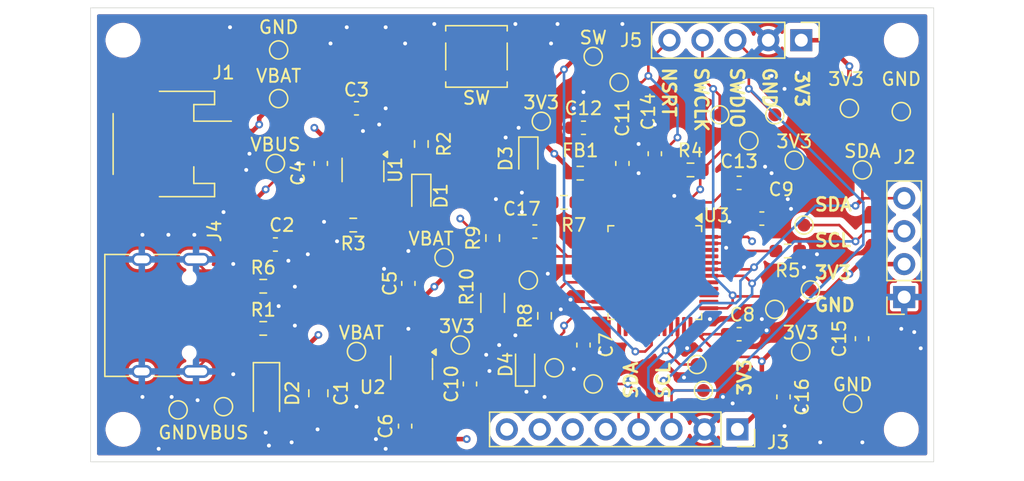
<source format=kicad_pcb>
(kicad_pcb (version 20241229) (generator "pcbnew") (generator_version "9.0")
  (layers (0 "F.Cu" signal) (4 "In1.Cu" signal) (6 "In2.Cu" signal) (2 "B.Cu" signal) (13 "F.Paste" user) (15 "B.Paste" user) (5 "F.SilkS" user "F.Silkscreen") (7 "B.SilkS" user "B.Silkscreen") (1 "F.Mask" user) (3 "B.Mask" user) (25 "Edge.Cuts" user))
  (net 0 "")
  (net 1 "GND")
  (net 2 "/VBUS")
  (net 3 "/VBAT")
  (net 4 "/3V3")
  (net 5 "Net-(U3-VDDA)")
  (net 6 "Net-(C11-Pad2)")
  (net 7 "/NSRT")
  (net 8 "/VBAT_SENSE")
  (net 9 "Net-(D1-K)")
  (net 10 "Net-(D3-A)")
  (net 11 "Net-(D4-A)")
  (net 12 "/XCL")
  (net 13 "/XDA")
  (net 14 "/INT")
  (net 15 "/ADO")
  (net 16 "Net-(J4-CC2)")
  (net 21 "Net-(J4-CC1)")
  (net 24 "/SWDIO")
  (net 25 "/SWCLK")
  (net 26 "Net-(U1-STAT)")
  (net 27 "Net-(U1-PROG)")
  (net 28 "Net-(U3-BOOT0)")
  (net 29 "Net-(U3-PA9)")
  (net 59 "Net-(U3-PB2)")
  (net 60 "Net-(U3-PA2)")
  (net 62 "/SCL")
  (net 63 "/SDA")
  (footprint "TestPoint:TestPoint_Pad_D1.0mm" (layer "F.Cu") (at 75.75 35.25)
    (property "Reference" "REF**" (hide yes))
    (property "Value" "TestPoint_Pad_D1.0mm")
  )
  (footprint "TestPoint:TestPoint_Pad_D1.0mm" (layer "F.Cu") (at 59.75 33.75)
    (property "Reference" "3V3")
    (property "Value" "TestPoint_Pad_D1.0mm")
  )
  (footprint "TestPoint:TestPoint_Pad_D1.0mm" (layer "F.Cu") (at 63.75 28.75)
    (property "Reference" "SW")
    (property "Value" "TestPoint_Pad_D1.0mm")
  )
  (footprint "Resistor_SMD:R_0603_1608Metric_Pad0.98x0.95mm_HandSolder" (layer "F.Cu") (at 38.31 49.716)
    (property "Reference" "R1")
    (property "Value" "5.1k")
  )
  (footprint "TestPoint:TestPoint_Pad_D1.0mm" (layer "F.Cu") (at 80.5 46.75)
    (property "Reference" "REF**" (hide yes))
    (property "Value" "TestPoint_Pad_D1.0mm")
  )
  (footprint "TestPoint:TestPoint_Pad_D1.0mm" (layer "F.Cu") (at 80 41.75)
    (property "Reference" "REF**" (hide yes))
    (property "Value" "TestPoint_Pad_D1.0mm")
  )
  (footprint "TestPoint:TestPoint_Pad_D1.0mm" (layer "F.Cu") (at 52.25 44.25)
    (property "Reference" "VBAT")
    (property "Value" "TestPoint_Pad_D1.0mm")
  )
  (footprint "TestPoint:TestPoint_Pad_D1.0mm" (layer "F.Cu") (at 45.5 51.5)
    (property "Reference" " VBAT")
    (property "Value" "TestPoint_Pad_D1.0mm")
  )
  (footprint "Resistor_SMD:R_0603_1608Metric_Pad0.98x0.95mm_HandSolder" (layer "F.Cu") (at 78.75 43.75 180)
    (property "Reference" "R5")
    (property "Value" "10k")
  )
  (footprint "TestPoint:TestPoint_Pad_D1.0mm" (layer "F.Cu") (at 72.25 54.5)
    (property "Reference" "REF**" (hide yes))
    (property "Value" "TestPoint_Pad_D1.0mm")
  )
  (footprint "Connector_PinSocket_2.54mm:PinSocket_1x04_P2.54mm_Vertical" (layer "F.Cu") (at 87.725 47.3 180)
    (property "Reference" "J2")
    (property "Value" "SSD1306 I2C 128x32 OLED Module" (hide yes))
  )
  (footprint "TestPoint:TestPoint_Pad_D1.0mm" (layer "F.Cu") (at 53.5 51)
    (property "Reference" "3V3")
    (property "Value" "TestPoint_Pad_D1.0mm")
  )
  (footprint "MountingHole:MountingHole_2.2mm_M2" (layer "F.Cu") (at 27.5 27.5)
    (property "Reference" "REF**" (hide yes))
    (property "Value" "MountingHole_2.2mm_M2")
  )
  (footprint "TestPoint:TestPoint_Pad_D1.0mm" (layer "F.Cu") (at 83.75 55.5)
    (property "Reference" "GND")
    (property "Value" "TestPoint_Pad_D1.0mm")
  )
  (footprint "Button_Switch_SMD:SW_SPST_TL3305A" (layer "F.Cu") (at 54.75 28.75 180)
    (property "Reference" "SW")
    (property "Value" "SW_Push")
  )
  (footprint "TestPoint:TestPoint_Pad_D1.0mm" (layer "F.Cu") (at 71.75 52.5)
    (property "Reference" "REF**" (hide yes))
    (property "Value" "TestPoint_Pad_D1.0mm")
  )
  (footprint "Capacitor_SMD:C_0603_1608Metric_Pad1.08x0.95mm_HandSolder" (layer "F.Cu") (at 63 34.25 180)
    (property "Reference" "C12")
    (property "Value" "4.7uF")
  )
  (footprint "TestPoint:TestPoint_Pad_D1.0mm" (layer "F.Cu") (at 39.5 32)
    (property "Reference" "VBAT")
    (property "Value" "TestPoint_Pad_D1.0mm")
  )
  (footprint "TestPoint:TestPoint_Pad_D1.0mm" (layer "F.Cu") (at 58.75 46)
    (property "Reference" "REF**" (hide yes))
    (property "Value" "TestPoint_Pad_D1.0mm")
  )
  (footprint "Connector_PinHeader_2.54mm:PinHeader_1x05_P2.54mm_Vertical" (layer "F.Cu") (at 79.79 27.5 -90)
    (property "Reference" "J5")
    (property "Value" "ST-Link")
  )
  (footprint "Package_TO_SOT_SMD:SOT-23-5_HandSoldering" (layer "F.Cu") (at 49.75 52.75 -90)
    (property "Reference" "U2")
    (property "Value" "MIC5504-3.3YM5" (hide yes))
  )
  (footprint "Capacitor_SMD:C_0603_1608Metric_Pad1.08x0.95mm_HandSolder" (layer "F.Cu") (at 76.75 41.25)
    (property "Reference" "C9")
    (property "Value" "0.1uF")
  )
  (footprint "Capacitor_SMD:C_0603_1608Metric_Pad1.08x0.95mm_HandSolder" (layer "F.Cu") (at 75 38.5 180)
    (property "Reference" "C13")
    (property "Value" "0.1uF")
  )
  (footprint "MountingHole:MountingHole_2.2mm_M2" (layer "F.Cu") (at 87.5 27.5)
    (property "Reference" "REF**" (hide yes))
    (property "Value" "MountingHole_2.2mm_M2")
  )
  (footprint "Resistor_SMD:R_0603_1608Metric" (layer "F.Cu") (at 62.75 37.75 180)
    (property "Reference" "FB1")
    (property "Value" "FerriteBead_Small" (hide yes))
  )
  (footprint "Resistor_SMD:R_0603_1608Metric_Pad0.98x0.95mm_HandSolder" (layer "F.Cu") (at 56 42.75 -90)
    (property "Reference" "R9")
    (property "Value" "100k")
  )
  (footprint "LED_SMD:LED_0603_1608Metric_Pad1.05x0.95mm_HandSolder" (layer "F.Cu") (at 58.5 52.5 90)
    (property "Reference" "D4")
    (property "Value" "LED")
  )
  (footprint "TestPoint:TestPoint_Pad_D1.0mm" (layer "F.Cu") (at 39.25 37)
    (property "Reference" "VBUS")
    (property "Value" "TestPoint_Pad_D1.0mm")
  )
  (footprint "Capacitor_SMD:C_0603_1608Metric_Pad1.08x0.95mm_HandSolder" (layer "F.Cu") (at 78.42 55 -90)
    (property "Reference" "C16")
    (property "Value" "0.1uF")
  )
  (footprint "TestPoint:TestPoint_Pad_D1.0mm" (layer "F.Cu") (at 63.75 54)
    (property "Reference" "REF**" (hide yes))
    (property "Value" "TestPoint_Pad_D1.0mm")
  )
  (footprint "Capacitor_SMD:C_0603_1608Metric_Pad1.08x0.95mm_HandSolder" (layer "F.Cu") (at 66 37 90)
    (property "Reference" "C11")
    (property "Value" "0.1uF")
  )
  (footprint "TestPoint:TestPoint_Pad_D1.0mm" (layer "F.Cu") (at 39.5 28.25)
    (property "Reference" "GND")
    (property "Value" "TestPoint_Pad_D1.0mm")
  )
  (footprint "TestPoint:TestPoint_Pad_D1.0mm" (layer "F.Cu") (at 77.75 48.25)
    (property "Reference" "REF**" (hide yes))
    (property "Value" "TestPoint_Pad_D1.0mm")
  )
  (footprint "Capacitor_SMD:C_0603_1608Metric_Pad1.08x0.95mm_HandSolder" (layer "F.Cu") (at 49.5 46.25 90)
    (property "Reference" "C5")
    (property "Value" "1uF")
  )
  (footprint "LED_SMD:LED_0603_1608Metric_Pad1.05x0.95mm_HandSolder" (layer "F.Cu") (at 58.75 36.625 -90)
    (property "Reference" "D3")
    (property "Value" "LED")
  )
  (footprint "Package_QFP:LQFP-48_7x7mm_P0.5mm" (layer "F.Cu") (at 68.5 45.4125 -90)
    (property "Reference" "U3")
    (property "Value" "STM32F103C8Tx" (hide yes))
  )
  (footprint "Capacitor_SMD:C_0603_1608Metric_Pad1.08x0.95mm_HandSolder" (layer "F.Cu") (at 39.25 43.25 180)
    (property "Reference" "C2")
    (property "Value" "4.7uF")
  )
  (footprint "Capacitor_SMD:C_0603_1608Metric_Pad1.08x0.95mm_HandSolder" (layer "F.Cu") (at 68.5 36.25 90)
    (property "Reference" "C14")
    (property "Value" "0.1uF")
  )
  (footprint "Connector_USB:USB_C_Receptacle_HRO_TYPE-C-31-M-12" (layer "F.Cu") (at 30 48.716 -90)
    (property "Reference" "J4")
    (property "Value" "USB_C_Receptacle_USB2.0_16P" (hide yes))
  )
  (footprint "Resistor_SMD:R_0603_1608Metric_Pad0.98x0.95mm_HandSolder" (layer "F.Cu") (at 50.5 35.5 90)
    (property "Reference" "R2")
    (property "Value" "470")
  )
  (footprint "Connector_JST:JST_PH_S2B-PH-SM4-TB_1x02-1MP_P2.00mm_Horizontal" (layer "F.Cu") (at 31.25 35.5 -90)
    (property "Reference" "J1")
    (property "Value" "JST S2B-PH-SM4-TB(LF)(SN)" (hide yes))
  )
  (footprint "TestPoint:TestPoint_Pad_D1.0mm" (layer "F.Cu") (at 79.25 36.75)
    (property "Reference" "3V3")
    (property "Value" "TestPoint_Pad_D1.0mm")
  )
  (footprint "Resistor_SMD:R_0603_1608Metric_Pad0.98x0.95mm_HandSolder" (layer "F.Cu") (at 38.31 46.466)
    (property "Reference" "R6")
    (property "Value" "5.1k")
  )
  (footprint "Resistor_SMD:R_0603_1608Metric_Pad0.98x0.95mm_HandSolder" (layer "F.Cu") (at 60 48.75 -90)
    (property "Reference" "R8")
    (property "Value" "1k")
  )
  (footprint "Capacitor_SMD:C_0603_1608Metric_Pad1.08x0.95mm_HandSolder" (layer "F.Cu") (at 49.25 57.25 -90)
    (property "Reference" "C6")
    (property "Value" "1uF")
  )
  (footprint "TestPoint:TestPoint_Pad_D1.0mm" (layer "F.Cu") (at 73.5 33.25)
    (property "Reference" "REF**" (hide yes))
    (property "Value" "TestPoint_Pad_D1.0mm")
  )
  (footprint "MountingHole:MountingHole_2.2mm_M2" (layer "F.Cu") (at 27.5 57.5)
    (property "Reference" "REF**" (hide yes))
    (property "Value" "MountingHole_2.2mm_M2")
  )
  (footprint "Capacitor_SMD:C_0603_1608Metric_Pad1.08x0.95mm_HandSolder" (layer "F.Cu") (at 84.475 50.51 -90)
    (property "Reference" "C15")
    (property "Value" "0.1uF")
  )
  (footprint "Connector_PinSocket_2.54mm:PinSocket_1x08_P2.54mm_Vertical" (layer "F.Cu") (at 74.87 57.5 -90)
    (property "Reference" "J3")
    (property "Value" "IMU Breakout Board" (hide yes))
  )
  (footprint "TestPoint:TestPoint_Pad_D1.0mm" (layer "F.Cu") (at 83.5 32.75)
    (property "Reference" "3V3")
    (property "Value" "TestPoint_Pad_D1.0mm")
  )
  (footprint "Diode_SMD:D_SMF" (layer "F.Cu") (at 38.56 54.716 -90)
    (property "Reference" "D2")
    (property "Value" "TVS" (hide yes))
  )
  (footprint "TestPoint:TestPoint_Pad_D1.0mm" (layer "F.Cu") (at 79.75 51.5)
    (property "Reference" "3V3")
    (property "Value" "TestPoint_Pad_D1.0mm")
  )
  (footprint "Resistor_SMD:R_1206_3216Metric_Pad1.30x1.75mm_HandSolder" (layer "F.Cu") (at 56 47.75 -90)
    (property "Reference" "R10")
    (property "Value" "240k" (hide yes))
  )
  (footprint "TestPoint:TestPoint_Pad_D1.0mm" (layer "F.Cu") (at 77.75 33.25)
    (property "Reference" "REF**" (hide yes))
    (property "Value" "TestPoint_Pad_D1.0mm")
  )
  (footprint "TestPoint:TestPoint_Pad_D1.0mm" (layer "F.Cu") (at 87.5 33)
    (property "Reference" "GND")
    (property "Value" "TestPoint_Pad_D1.0mm")
  )
  (footprint "TestPoint:TestPoint_Pad_D1.0mm" (layer "F.Cu") (at 65.75 30.75)
    (property "Reference" "REF**" (hide yes))
    (property "Value" "TestPoint_Pad_D1.0mm")
  )
  (footprint "TestPoint:TestPoint_Pad_D1.0mm" (layer "F.Cu") (at 60.75 52.75)
    (property "Reference" "REF**" (hide yes))
    (property "Value" "TestPoint_Pad_D1.0mm")
  )
  (footprint "Resistor_SMD:R_0603_1608Metric_Pad0.98x0.95mm_HandSolder" (layer "F.Cu") (at 71.25 37.5 180)
    (property "Reference" "R4")
    (property "Value" "10k")
  )
  (footprint "Capacitor_SMD:C_0603_1608Metric_Pad1.08x0.95mm_HandSolder" (layer "F.Cu") (at 75 50.1625 180)
    (property "Reference" "C8")
    (property "Value" "0.1uF")
  )
  (footprint "Capacitor_SMD:C_0603_1608Metric_Pad1.08x0.95mm_HandSolder" (layer "F.Cu") (at 54.25 54 90)
    (property "Reference" "C10")
    (property "Value" "4.7uF")
  )
  (footprint "Resistor_SMD:R_0603_1608Metric_Pad0.98x0.95mm_HandSolder" (layer "F.Cu") (at 61.5 40 180)
    (property "Reference" "R7")
    (property "Value" "1k")
  )
  (footprint "MountingHole:MountingHole_2.2mm_M2" (layer "F.Cu") (at 87.5 57.5)
    (property "Reference" "REF**" (hide yes))
    (property "Value" "MountingHole_2.2mm_M2")
  )
  (footprint "Capacitor_SMD:C_0603_1608Metric_Pad1.08x0.95mm_HandSolder" (layer "F.Cu") (at 45.5 32.75)
    (property "Reference" "C3")
    (property "Value" "4.7uF")
  )
  (footprint "Capacitor_SMD:C_0603_1608Metric_Pad1.08x0.95mm_HandSolder" (layer "F.Cu") (at 63 51 -90)
    (property "Reference" "C7")
    (property "Value" "0.1uF")
  )
  (footprint "Capacitor_SMD:C_0603_1608Metric_Pad1.08x0.95mm_HandSolder" (layer "F.Cu") (at 42.75 37 -90)
    (property "Reference" "C4")
    (property "Value" "4.7uF")
  )
  (footprint "LED_SMD:LED_0603_1608Metric_Pad1.05x0.95mm_HandSolder" (layer "F.Cu") (at 50.5 39.5 -90)
    (property "Reference" "D1")
    (property "Value" "LED")
  )
  (footprint "Resistor_SMD:R_0603_1608Metric_Pad0.98x0.95mm_HandSolder" (layer "F.Cu") (at 45.25 41.75 180)
    (property "Reference" "R3")
    (property "Value" "2k")
  )
  (footprint "Capacitor_SMD:C_0603_1608Metric_Pad1.08x0.95mm_HandSolder" (layer "F.Cu") (at 59.25 42.25 180)
    (property "Reference" "C17")
    (property "Value" "0.1uF")
  )
  (footprint "Package_TO_SOT_SMD:SOT-23-5_HandSoldering" (layer "F.Cu") (at 46 37.5 -90)
    (property "Reference" "U1")
    (property "Value" "MCP73831-2-OT")
  )
  (footprint "Capacitor_SMD:C_0805_2012Metric_Pad1.18x1.45mm_HandSolder" (layer "F.Cu") (at 42.56 54.716 90)
    (property "Reference" "C1")
    (property "Value" "10uF" (hide yes))
  )
  (footprint "TestPoint:TestPoint_Pad_D1.0mm" (layer "F.Cu") (at 35.25 55.75)
    (property "Reference" "VBUS")
    (property "Value" "TestPoint_Pad_D1.0mm")
  )
  (footprint "TestPoint:TestPoint_Pad_D1.0mm" (layer "F.Cu") (at 84.5 37.5)
    (property "Reference" "SDA")
    (property "Value" "TestPoint_Pad_D1.0mm")
  )
  (footprint "TestPoint:TestPoint_Pad_D1.0mm" (layer "F.Cu") (at 31.75 56)
    (property "Reference" "GND")
    (property "Value" "TestPoint_Pad_D1.0mm")
  )
  (gr_rect (start 25 25) (end 90 60) (stroke (width 0.05)) (fill no) (layer "Edge.Cuts"))
  (gr_text "SWDIO" (at 74.25 29.5 270) (layer "F.SilkS") (effects (font (size 1 1) (thickness 0.2) (bold yes)) (justify left bottom)))
  (gr_text "SCL" (at 80.725 43.5 0) (layer "F.SilkS") (effects (font (size 1 1) (thickness 0.2) (bold yes)) (justify left bottom)))
  (gr_text "GND" (at 80.725 48.5 0) (layer "F.SilkS") (effects (font (size 1 1) (thickness 0.2) (bold yes)) (justify left bottom)))
  (gr_text "SCL" (at 69.75 55.25 90) (layer "F.SilkS") (effects (font (size 1 1) (thickness 0.2) (bold yes)) (justify left bottom)))
  (gr_text "SWCLK" (at 71.5 29.5 270) (layer "F.SilkS") (effects (font (size 1 1) (thickness 0.2) (bold yes)) (justify left bottom)))
  (gr_text "3V3" (at 76 55 90) (layer "F.SilkS") (effects (font (size 1 1) (thickness 0.2) (bold yes)) (justify left bottom)))
  (gr_text "SDA" (at 67.25 55.25 90) (layer "F.SilkS") (effects (font (size 1 1) (thickness 0.2) (bold yes)) (justify left bottom)))
  (gr_text "SDA" (at 80.725 40.75 0) (layer "F.SilkS") (effects (font (size 1 1) (thickness 0.2) (bold yes)) (justify left bottom)))
  (gr_text "GND" (at 76.75 29.5 270) (layer "F.SilkS") (effects (font (size 1 1) (thickness 0.2) (bold yes)) (justify left bottom)))
  (gr_text "3V3" (at 79.25 29.75 270) (layer "F.SilkS") (effects (font (size 1 1) (thickness 0.2) (bold yes)) (justify left bottom)))
  (gr_text "NSRT" (at 69 29.5 270) (layer "F.SilkS") (effects (font (size 1 1) (thickness 0.2) (bold yes)) (justify left bottom)))
  (gr_text "3V3" (at 80.725 46 0) (layer "F.SilkS") (effects (font (size 1 1) (thickness 0.2) (bold yes)) (justify left bottom)))
  (segment (start 70.75 50.999999) (end 70.990507 51.240506) (width 0.2) (layer "F.Cu") (net 1))
  (segment (start 64.3375 47.6625) (end 62.1625 47.6625) (width 0.2) (layer "F.Cu") (net 1))
  (segment (start 38.56 56.216) (end 38.56 56.166) (width 0.3) (layer "F.Cu") (net 1))
  (segment (start 33.13 53.036) (end 33.13 52.881) (width 0.2) (layer "F.Cu") (net 1))
  (segment (start 73.6625 43.1625) (end 72.6625 43.1625) (width 0.2) (layer "F.Cu") (net 1))
  (segment (start 42.75 37.8625) (end 42.75 38.25) (width 0.2) (layer "F.Cu") (net 1))
  (segment (start 33.13 44.396) (end 33.13 44.551) (width 0.2) (layer "F.Cu") (net 1))
  (segment (start 74 43.5) (end 73.6625 43.1625) (width 0.2) (layer "F.Cu") (net 1))
  (segment (start 67.75 38.25) (end 67.25 37.75) (width 0.2) (layer "F.Cu") (net 1))
  (segment (start 58.3875 42.1375) (end 58.3875 42.25) (width 0.2) (layer "F.Cu") (net 1))
  (segment (start 70.75 49.575) (end 70.75 50.999999) (width 0.2) (layer "F.Cu") (net 1))
  (segment (start 67.75 41.25) (end 67.75 38.25) (width 0.2) (layer "F.Cu") (net 1))
  (segment (start 33.13 44.551) (end 34.045 45.466) (width 0.2) (layer "F.Cu") (net 1))
  (segment (start 62.1625 47.6625) (end 62 47.5) (width 0.2) (layer "F.Cu") (net 1))
  (segment (start 34.1 33.5) (end 36 33.5) (width 0.2) (layer "F.Cu") (net 1))
  (segment (start 33.13 52.881) (end 34.045 51.966) (width 0.2) (layer "F.Cu") (net 1))
  (segment (start 33.2 53.2) (end 34.045 53.2) (width 0.2) (layer "F.Cu") (net 1))
  (via (at 40.5 58.5) (size 0.6) (drill 0.3) (layers "F.Cu" "B.Cu") (net 1))
  (via (at 51.5 26.25) (size 0.6) (drill 0.3) (layers "F.Cu" "B.Cu") (net 1))
  (via (at 40.75 49.5) (size 0.6) (drill 0.3) (layers "F.Cu" "B.Cu") (net 1))
  (via (at 58 34.25) (size 0.6) (drill 0.3) (layers "F.Cu" "B.Cu") (net 1))
  (via (at 37.25 36.25) (size 0.6) (drill 0.3) (layers "F.Cu" "B.Cu") (net 1))
  (via (at 40.25 44.5) (size 0.6) (drill 0.3) (layers "F.Cu" "B.Cu") (net 1))
  (via (at 78.75 39.75) (size 0.6) (drill 0.3) (layers "F.Cu" "B.Cu") (net 1))
  (via (at 78.5 31.25) (size 0.6) (drill 0.3) (layers "F.Cu" "B.Cu") (net 1))
  (via (at 81.25 58.5) (size 0.6) (drill 0.3) (layers "F.Cu" "B.Cu") (net 1))
  (via (at 31 42.5) (size 0.6) (drill 0.3) (layers "F.Cu" "B.Cu") (net 1))
  (via (at 62 47.5) (size 0.6) (drill 0.3) (layers "F.Cu" "B.Cu") (net 1))
  (via (at 29 55) (size 0.6) (drill 0.3) (layers "F.Cu" "B.Cu") (net 1))
  (via (at 35.75 26.5) (size 0.6) (drill 0.3) (layers "F.Cu" "B.Cu") (net 1))
  (via (at 77.5 30.25) (size 0.6) (drill 0.3) (layers "F.Cu" "B.Cu") (net 1))
  (via (at 84.5 58.5) (size 0.6) (drill 0.3) (layers "F.Cu" "B.Cu") (net 1))
  (via (at 61.25 48.25) (size 0.6) (drill 0.3) (layers "F.Cu" "B.Cu") (net 1))
  (via (at 40.75 46.5) (size 0.6) (drill 0.3) (layers "F.Cu" "B.Cu") (net 1))
  (via (at 56.5 51) (size 0.6) (drill 0.3) (layers "F.Cu" "B.Cu") (net 1))
  (via (at 56.25 39.75) (size 0.6) (drill 0.3) (layers "F.Cu" "B.Cu") (net 1))
  (via (at 81 44) (size 0.6) (drill 0.3) (layers "F.Cu" "B.Cu") (net 1))
  (via (at 47.75 26.5) (size 0.6) (drill 0.3) (layers "F.Cu" "B.Cu") (net 1))
  (via (at 62.25 32.75) (size 0.6) (drill 0.3) (layers "F.Cu" "B.Cu") (net 1))
  (via (at 61 26.25) (size 0.6) (drill 0.3) (layers "F.Cu" "B.Cu") (net 1))
  (via (at 38.75 58.75) (size 0.6) (drill 0.3) (layers "F.Cu" "B.Cu") (net 1))
  (via (at 41.75 44) (size 0.6) (drill 0.3) (layers "F.Cu" "B.Cu") (net 1))
  (via (at 88.5 50) (size 0.6) (drill 0.3) (layers "F.Cu" "B.Cu") (net 1))
  (via (at 70.75 53.5) (size 0.6) (drill 0.3) (layers "F.Cu" "B.Cu") (net 1))
  (via (at 60.5 27.75) (size 0.6) (drill 0.3) (layers "F.Cu" "B.Cu") (net 1))
  (via (at 47 58.25) (size 0.6) (drill 0.3) (layers "F.Cu" "B.Cu") (net 1))
  (via (at 30.25 59) (size 0.6) (drill 0.3) (layers "F.Cu" "B.Cu") (net 1))
  (via (at 57.75 50.25) (size 0.6) (drill 0.3) (layers "F.Cu" "B.Cu") (net 1))
  (via (at 58.25 39.25) (size 0.6) (drill 0.3) (layers "F.Cu" "B.Cu") (net 1))
  (via (at 47.25 34) (size 0.6) (drill 0.3) (layers "F.Cu" "B.Cu") (net 1))
  (via (at 76.75 49) (size 0.6) (drill 0.3) (layers "F.Cu" "B.Cu") (net 1))
  (via (at 87.5 49.75) (size 0.6) (drill 0.3) (layers "F.Cu" "B.Cu") (net 1))
  (via (at 39.5 48) (size 0.6) (drill 0.3) (layers "F.Cu" "B.Cu") (net 1))
  (via (at 58.602298 54.602298) (size 0.6) (drill 0.3) (layers "F.Cu" "B.Cu") (net 1))
  (via (at 35.25 40.75) (size 0.6) (drill 0.3) (layers "F.Cu" "B.Cu") (net 1))
  (via (at 60 55) (size 0.6) (drill 0.3) (layers "F.Cu" "B.Cu") (net 1))
  (via (at 60.25 45.5) (size 0.6) (drill 0.3) (layers "F.Cu" "B.Cu") (net 1))
  (via (at 33 42.5) (size 0.6) (drill 0.3) (layers "F.Cu" "B.Cu") (net 1))
  (via (at 74 43.5) (size 0.6) (drill 0.3) (layers "F.Cu" "B.Cu") (net 1))
  (via (at 42.5 57.5) (size 0.6) (drill 0.3) (layers "F.Cu" "B.Cu") (net 1))
  (via (at 77.5 37.75) (size 0.6) (drill 0.3) (layers "F.Cu" "B.Cu") (net 1))
  (via (at 41 37) (size 0.6) (drill 0.3) (layers "F.Cu" "B.Cu") (net 1))
  (via (at 47.75 32.75) (size 0.6) (drill 0.3) (layers "F.Cu" "B.Cu") (net 1))
  (via (at 67.25 35.5) (size 0.6) (drill 0.3) (layers "F.Cu" "B.Cu") (net 1))
  (via (at 44 43) (size 0.6) (drill 0.3) (layers "F.Cu" "B.Cu") (net 1))
  (via (at 33.25 55.25) (size 0.6) (drill 0.3) (layers "F.Cu" "B.Cu") (net 1))
  (via (at 38.5 57.75) (size 0.6) (drill 0.3) (layers "F.Cu" "B.Cu") (net 1))
  (via (at 70.990507 51.240506) (size 0.6) (drill 0.3) (layers "F.Cu" "B.Cu") (net 1))
  (via (at 41.25 38.25) (size 0.6) (drill 0.3) (layers "F.Cu" "B.Cu") (net 1))
  (via (at 79.5 30) (size 0.6) (drill 0.3) (layers "F.Cu" "B.Cu") (net 1))
  (via (at 43.5 27.75) (size 0.6) (drill 0.3) (layers "F.Cu" "B.Cu") (net 1))
  (via (at 78.5 57.25) (size 0.6) (drill 0.3) (layers "F.Cu" "B.Cu") (net 1))
  (via (at 57 35) (size 0.6) (drill 0.3) (layers "F.Cu" "B.Cu") (net 1))
  (via (at 55.5 51.75) (size 0.6) (drill 0.3) (layers "F.Cu" "B.Cu") (net 1))
  (via (at 77.118211 49.868202) (size 0.6) (drill 0.3) (layers "F.Cu" "B.Cu") (net 1))
  (via (at 77 37.25) (size 0.6) (drill 0.3) (layers "F.Cu" "B.Cu") (net 1))
  (via (at 31.25 55) (size 0.6) (drill 0.3) (layers "F.Cu" "B.Cu") (net 1))
  (via (at 74.25 41.5) (size 0.6) (drill 0.3) (layers "F.Cu" "B.Cu") (net 1))
  (via (at 49.5 49.75) (size 0.6) (drill 0.3) (layers "F.Cu" "B.Cu") (net 1))
  (via (at 64.25 51.575) (size 0.6) (drill 0.3) (layers "F.Cu" "B.Cu") (net 1))
  (via (at 73.75 55) (size 0.6) (drill 0.3) (layers "F.Cu" "B.Cu") (net 1))
  (via (at 72.75 49) (size 0.6) (drill 0.3) (layers "F.Cu" "B.Cu") (net 1))
  (via (at 79 40.5) (size 0.6) (drill 0.3) (layers "F.Cu" "B.Cu") (net 1))
  (via (at 37 37.5) (size 0.6) (drill 0.3) (layers "F.Cu" "B.Cu") (net 1))
  (via (at 63 31.5) (size 0.6) (drill 0.3) (layers "F.Cu" "B.Cu") (net 1))
  (via (at 80 45) (size 0.6) (drill 0.3) (layers "F.Cu" "B.Cu") (net 1))
  (via (at 68.5 34) (size 0.6) (drill 0.3) (layers "F.Cu" "B.Cu") (net 1))
  (via (at 45.5 55.75) (size 0.6) (drill 0.3) (layers "F.Cu" "B.Cu") (net 1))
  (via (at 57.75 26.25) (size 0.6) (drill 0.3) (layers "F.Cu" "B.Cu") (net 1))
  (via (at 70 39.5) (size 0.6) (drill 0.3) (layers "F.Cu" "B.Cu") (net 1))
  (via (at 74.5 55.5) (size 0.6) (drill 0.3) (layers "F.Cu" "B.Cu") (net 1))
  (via (at 36 44.75) (size 0.6) (drill 0.3) (layers "F.Cu" "B.Cu") (net 1))
  (via (at 29 42.5) (size 0.6) (drill 0.3) (layers "F.Cu" "B.Cu") (net 1))
  (via (at 36 53.25) (size 0.6) (drill 0.3) (layers "F.Cu" "B.Cu") (net 1))
  (via (at 62.25 52.85) (size 0.6) (drill 0.3) (layers "F.Cu" "B.Cu") (net 1))
  (via (at 67.25 37.75) (size 0.6) (drill 0.3) (layers "F.Cu" "B.Cu") (net 1))
  (via (at 55.75 53) (size 0.6) (drill 0.3) (layers "F.Cu" "B.Cu") (net 1))
  (via (at 49.25 27.75) (size 0.6) (drill 0.3) (layers "F.Cu" "B.Cu") (net 1))
  (via (at 47.75 59) (size 0.6) (drill 0.3) (layers "F.Cu" "B.Cu") (net 1))
  (via (at 44.75 26.5) (size 0.6) (drill 0.3) (layers "F.Cu" "B.Cu") (net 1))
  (via (at 47.625707 45.124293) (size 0.6) (drill 0.3) (layers "F.Cu" "B.Cu") (net 1))
  (via (at 46 34.5) (size 0.6) (drill 0.3) (layers "F.Cu" "B.Cu") (net 1))
  (via (at 43 41.5) (size 0.6) (drill 0.3) (layers "F.Cu" "B.Cu") (net 1))
  (via (at 66 26.25) (size 0.6) (drill 0.3) (layers "F.Cu" "B.Cu") (net 1))
  (via (at 49.5 43.75) (size 0.6) (drill 0.3) (layers "F.Cu" "B.Cu") (net 1))
  (via (at 58.25 40.75) (size 0.6) (drill 0.3) (layers "F.Cu" "B.Cu") (net 1))
  (via (at 89 51.25) (size 0.6) (drill 0.3) (layers "F.Cu" "B.Cu") (net 1))
  (via (at 80 56) (size 0.6) (drill 0.3) (layers "F.Cu" "B.Cu") (net 1))
  (segment (start 43.65 40.25) (end 41.5 40.25) (width 0.35) (layer "F.Cu") (net 2))
  (segment (start 38.56 53.266) (end 36.46 51.166) (width 0.35) (layer "F.Cu") (net 2))
  (segment (start 32.75 46.784) (end 32.75 50.716) (width 0.2) (layer "F.Cu") (net 2))
  (segment (start 33.2 51.166) (end 34.045 51.166) (width 0.2) (layer "F.Cu") (net 2))
  (segment (start 38.3875 42.75) (end 38.3875 40.8875) (width 0.35) (layer "F.Cu") (net 2))
  (segment (start 41.61 51.166) (end 42.56 50.216) (width 0.35) (layer "F.Cu") (net 2))
  (segment (start 39.25 38.25) (end 38.5 39) (width 0.2) (layer "F.Cu") (net 2))
  (segment (start 41.601 42.101) (end 41.601 40.351) (width 0.35) (layer "F.Cu") (net 2))
  (segment (start 32.75 50.716) (end 33.2 51.166) (width 0.2) (layer "F.Cu") (net 2))
  (segment (start 41.26 51.166) (end 41.61 51.166) (width 0.35) (layer "F.Cu") (net 2))
  (segment (start 41.26 51.166) (end 42.56 52.466) (width 0.35) (layer "F.Cu") (net 2))
  (segment (start 37.75 40.25) (end 37.75 39.75) (width 0.35) (layer "F.Cu") (net 2))
  (segment (start 33.268 46.266) (end 32.75 46.784) (width 0.2) (layer "F.Cu") (net 2))
  (segment (start 33.268 46.266) (end 34.045 46.266) (width 0.2) (layer "F.Cu") (net 2))
  (segment (start 37.734 53.266) (end 35.25 55.75) (width 0.35) (layer "F.Cu") (net 2))
  (segment (start 38.3875 40.8875) (end 37.75 40.25) (width 0.35) (layer "F.Cu") (net 2))
  (segment (start 45.05 38.85) (end 43.65 40.25) (width 0.35) (layer "F.Cu") (net 2))
  (segment (start 36.46 51.166) (end 34.045 51.166) (width 0.35) (layer "F.Cu") (net 2))
  (segment (start 46.375 44.5) (end 44 44.5) (width 0.35) (layer "F.Cu") (net 2))
  (segment (start 42.56 52.466) (end 42.56 53.6785) (width 0.35) (layer "F.Cu") (net 2))
  (segment (start 36.46 51.166) (end 41.26 51.166) (width 0.35) (layer "F.Cu") (net 2))
  (segment (start 44 44.5) (end 41.601 42.101) (width 0.35) (layer "F.Cu") (net 2))
  (segment (start 50.5 40.375) (end 46.375 44.5) (width 0.35) (layer "F.Cu") (net 2))
  (segment (start 41.601 40.351) (end 41.5 40.25) (width 0.35) (layer "F.Cu") (net 2))
  (segment (start 39.25 37) (end 39.25 38.25) (width 0.2) (layer "F.Cu") (net 2))
  (segment (start 37.75 39.75) (end 38.5 39) (width 0.35) (layer "F.Cu") (net 2))
  (segment (start 38.56 53.266) (end 37.734 53.266) (width 0.35) (layer "F.Cu") (net 2))
  (segment (start 41.5 40.25) (end 37.75 40.25) (width 0.35) (layer "F.Cu") (net 2))
  (via (at 42.56 50.216) (size 0.6) (drill 0.3) (layers "F.Cu" "B.Cu") (net 2))
  (via (at 38.5 39) (size 0.6) (drill 0.3) (layers "F.Cu" "B.Cu") (net 2))
  (segment (start 50.7 49.2) (end 50.7 48) (width 0.35) (layer "F.Cu") (net 3))
  (segment (start 45.6 51.4) (end 45.5 51.5) (width 0.35) (layer "F.Cu") (net 3))
  (segment (start 43.5 35) (end 42.75 35.75) (width 0.35) (layer "F.Cu") (net 3))
  (segment (start 49.75 48.25) (end 49.400057 48.25) (width 0.35) (layer "F.Cu") (net 3))
  (segment (start 50.7 48) (end 50.7 47.75) (width 0.35) (layer "F.Cu") (net 3))
  (segment (start 54.0875 41.8375) (end 53.5 41.25) (width 0.2) (layer "F.Cu") (net 3))
  (segment (start 43.7 34.8) (end 42.8 34.8) (width 0.35) (layer "F.Cu") (net 3))
  (segment (start 44.6375 34.3625) (end 44 35) (width 0.35) (layer "F.Cu") (net 3))
  (segment (start 45.05 36.15) (end 43.7 34.8) (width 0.35) (layer "F.Cu") (net 3))
  (segment (start 50.7 51.4) (end 50.7 49.2) (width 0.35) (layer "F.Cu") (net 3))
  (segment (start 50.7 47.75) (end 50.7 47.3) (width 0.35) (layer "F.Cu") (net 3))
  (segment (start 38 33.5) (end 38 34) (width 0.35) (layer "F.Cu") (net 3))
  (segment (start 34.1 34.5) (end 37.5 34.5) (width 0.35) (layer "F.Cu") (net 3))
  (segment (start 37.5 34.5) (end 38 34) (width 0.35) (layer "F.Cu") (net 3))
  (segment (start 39.5 32) (end 38 33.5) (width 0.35) (layer "F.Cu") (net 3))
  (segment (start 49.5 47.1125) (end 50.0625 47.1125) (width 0.35) (layer "F.Cu") (net 3))
  (segment (start 50.7 49.2) (end 49.75 48.25) (width 0.35) (layer "F.Cu") (net 3))
  (segment (start 52.25 44.25) (end 52.25 45.75) (width 0.35) (layer "F.Cu") (net 3))
  (segment (start 48.475 49.175057) (end 48.475 51.075) (width 0.35) (layer "F.Cu") (net 3))
  (segment (start 48.8 51.4) (end 45.6 51.4) (width 0.35) (layer "F.Cu") (net 3))
  (segment (start 42.75 35.75) (end 42.75 36.1375) (width 0.35) (layer "F.Cu") (net 3))
  (segment (start 52.25 45.75) (end 51.5 46.5) (width 0.35) (layer "F.Cu") (net 3))
  (segment (start 49.400057 48.25) (end 48.475 49.175057) (width 0.35) (layer "F.Cu") (net 3))
  (segment (start 50.7 47.3) (end 51.5 46.5) (width 0.35) (layer "F.Cu") (net 3))
  (segment (start 50.0625 47.1125) (end 50.7 47.75) (width 0.35) (layer "F.Cu") (net 3))
  (segment (start 43.7 34.8) (end 43.5 35) (width 0.35) (layer "F.Cu") (net 3))
  (segment (start 42.8 34.8) (end 42.25 34.25) (width 0.35) (layer "F.Cu") (net 3))
  (segment (start 56 41.8375) (end 54.0875 41.8375) (width 0.2) (layer "F.Cu") (net 3))
  (segment (start 44.6375 32.75) (end 44.6375 34.3625) (width 0.35) (layer "F.Cu") (net 3))
  (segment (start 48.475 51.075) (end 48.8 51.4) (width 0.35) (layer "F.Cu") (net 3))
  (via (at 51.5 46.5) (size 0.6) (drill 0.3) (layers "F.Cu" "B.Cu") (net 3))
  (via (at 53.5 41.25) (size 0.6) (drill 0.3) (layers "F.Cu" "B.Cu") (net 3))
  (via (at 42.25 34.25) (size 0.6) (drill 0.3) (layers "F.Cu" "B.Cu") (net 3))
  (via (at 38 34) (size 0.6) (drill 0.3) (layers "F.Cu" "B.Cu") (net 3))
  (segment (start 75.25 42.6625) (end 75 42.6625) (width 0.2) (layer "F.Cu") (net 4))
  (segment (start 77.52875 55.02875) (end 78.42 54.1375) (width 0.35) (layer "F.Cu") (net 4))
  (segment (start 73.5875 51.9125) (end 72.04375 50.36875) (width 0.2) (layer "F.Cu") (net 4))
  (segment (start 83.5 29.5) (end 83.5 32.75) (width 0.35) (layer "F.Cu") (net 4))
  (segment (start 71.25 39.75) (end 72 39) (width 0.2) (layer "F.Cu") (net 4))
  (segment (start 60.75 50.75) (end 60.75 52.75) (width 0.2) (layer "F.Cu") (net 4))
  (segment (start 53.5 51) (end 52.25 52.25) (width 0.35) (layer "F.Cu") (net 4))
  (segment (start 74.3875 50.1625) (end 72.25 50.1625) (width 0.2) (layer "F.Cu") (net 4))
  (segment (start 81.5 27.5) (end 79.79 27.5) (width 0.35) (layer "F.Cu") (net 4))
  (segment (start 74.1375 38.5) (end 74.1375 38.8625) (width 0.2) (layer "F.Cu") (net 4))
  (segment (start 79.75 51.5) (end 77.5 51.5) (width 0.35) (layer "F.Cu") (net 4))
  (segment (start 75.0575 57.5) (end 77.23875 55.31875) (width 0.35) (layer "F.Cu") (net 4))
  (segment (start 52.25 57.75) (end 51.75 58.25) (width 0.35) (layer "F.Cu") (net 4))
  (segment (start 54.25 54.8625) (end 54.25 55.75) (width 0.35) (layer "F.Cu") (net 4))
  (segment (start 75.75 41.25) (end 75.25 41.75) (width 0.2) (layer "F.Cu") (net 4))
  (segment (start 50.3125 56.3875) (end 50.7 56) (width 0.35) (layer "F.Cu") (net 4))
  (segment (start 79.25 36.75) (end 79.5 37) (width 0.35) (layer "F.Cu") (net 4))
  (segment (start 79.5 37) (end 79.5 37.25) (width 0.35) (layer "F.Cu") (net 4))
  (segment (start 74.1375 38.8625) (end 73 40) (width 0.2) (layer "F.Cu") (net 4))
  (segment (start 76.75 52.25) (end 76.4125 51.9125) (width 0.2) (layer "F.Cu") (net 4))
  (segment (start 59.75 35.25) (end 60.75 36.25) (width 0.35) (layer "F.Cu") (net 4))
  (segment (start 83.5 45.51) (end 84.25 44.76) (width 0.35) (layer "F.Cu") (net 4))
  (segment (start 52.25 52.25) (end 52.25 57.75) (width 0.35) (layer "F.Cu") (net 4))
  (segment (start 75.6625 42.6625) (end 76 43) (width 0.2) (layer "F.Cu") (net 4))
  (segment (start 50.7 57.2) (end 50.7 56) (width 0.35) (layer "F.Cu") (net 4))
  (segment (start 62.8375 48.1625) (end 62.5 48.5) (width 0.2) (layer "F.Cu") (net 4))
  (segment (start 77.23875 55.31875) (end 77.52875 55.02875) (width 0.2) (layer "F.Cu") (net 4))
  (segment (start 75.8875 41.25) (end 75.75 41.25) (width 0.2) (layer "F.Cu") (net 4))
  (segment (start 61.925 37.75) (end 61.925 37.425) (width 0.2) (layer "F.Cu") (net 4))
  (segment (start 85.14 44.76) (end 84.475 45.425) (width 0.35) (layer "F.Cu") (net 4))
  (segment (start 63 49) (end 62.5 48.5) (width 0.2) (layer "F.Cu") (net 4))
  (segment (start 75 42.6625) (end 75.6625 42.6625) (width 0.2) (layer "F.Cu") (net 4))
  (segment (start 62.5 48.5) (end 61.5 49.5) (width 0.2) (layer "F.Cu") (net 4))
  (segment (start 84.475 45.425) (end 84.475 49.6475) (width 0.35) (layer "F.Cu") (net 4))
  (segment (start 83.5 29.5) (end 81.5 27.5) (width 0.35) (layer "F.Cu") (net 4))
  (segment (start 61.925 37.425) (end 60.75 36.25) (width 0.35) (layer "F.Cu") (net 4))
  (segment (start 87.725 44.76) (end 85.14 44.76) (width 0.35) (layer "F.Cu") (net 4))
  (segment (start 74.87 57.5) (end 75.0575 57.5) (width 0.2) (layer "F.Cu") (net 4))
  (segment (start 83.24 45.51) (end 81.75 47) (width 0.35) (layer "F.Cu") (net 4))
  (segment (start 64.3375 48.1625) (end 62.8375 48.1625) (width 0.2) (layer "F.Cu") (net 4))
  (segment (start 54 58.25) (end 51.75 58.25) (width 0.35) (layer "F.Cu") (net 4))
  (segment (start 71.25 41.25) (end 71.25 40) (width 0.2) (layer "F.Cu") (net 4))
  (segment (start 72.04375 50.36875) (end 71.25 49.575) (width 0.2) (layer "F.Cu") (net 4))
  (segment (start 71.25 40) (end 71.25 39.75) (width 0.2) (layer "F.Cu") (net 4))
  (segment (start 81.75 47) (end 80.75 47) (width 0.35) (layer "F.Cu") (net 4))
  (segment (start 75.25 41.75) (end 75.25 42.6625) (width 0.2) (layer "F.Cu") (net 4))
  (segment (start 72 39) (end 72 37.4125) (width 0.2) (layer "F.Cu") (net 4))
  (segment (start 51.75 58.25) (end 50.7 57.2) (width 0.35) (layer "F.Cu") (net 4))
  (segment (start 84.25 44.76) (end 85.14 44.76) (width 0.35) (layer "F.Cu") (net 4))
  (segment (start 76.4125 51.9125) (end 73.5875 51.9125) (width 0.2) (layer "F.Cu") (net 4))
  (segment (start 72.25 50.1625) (end 72.04375 50.36875) (width 0.2) (layer "F.Cu") (net 4))
  (segment (start 80.75 47) (end 80.5 46.75) (width 0.35) (layer "F.Cu") (net 4))
  (segment (start 49.25 56.3875) (end 50.3125 56.3875) (width 0.35) (layer "F.Cu") (net 4))
  (segment (start 54.25 55.75) (end 52.25 57.75) (width 0.35) (layer "F.Cu") (net 4))
  (segment (start 61.5 49.5) (end 61.5 50) (width 0.2) (layer "F.Cu") (net 4))
  (segment (start 63 50.1375) (end 63 49) (width 0.2) (layer "F.Cu") (net 4))
  (segment (start 83.5 45.51) (end 83.24 45.51) (width 0.35) (layer "F.Cu") (net 4))
  (segment (start 75.8875 40.8625) (end 75.8875 41.25) (width 0.35) (layer "F.Cu") (net 4))
  (segment (start 73 40) (end 71.25 40) (width 0.2) (layer "F.Cu") (net 4))
  (segment (start 72.6625 42.6625) (end 75 42.6625) (width 0.2) (layer "F.Cu") (net 4))
  (segment (start 77.5 51.5) (end 76.75 52.25) (width 0.35) (layer "F.Cu") (net 4))
  (segment (start 50.7 54.1) (end 50.7 56) (width 0.35) (layer "F.Cu") (net 4))
  (segment (start 75.75 35.25) (end 74.4125 35.25) (width 0.2) (layer "F.Cu") (net 4))
  (segment (start 74.4125 35.25) (end 72.1625 37.5) (width 0.2) (layer "F.Cu") (net 4))
  (segment (start 61.5 50) (end 60.75 50.75) (width 0.2) (layer "F.Cu") (net 4))
  (segment (start 76.75 54.25) (end 77.52875 55.02875) (width 0.35) (layer "F.Cu") (net 4))
  (segment (start 59.75 33.75) (end 59.75 35.25) (width 0.35) (layer "F.Cu") (net 4))
  (segment (start 76.75 52.25) (end 76.75 54.25) (width 0.35) (layer "F.Cu") (net 4))
  (segment (start 79.5 37.25) (end 75.8875 40.8625) (width 0.35) (layer "F.Cu") (net 4))
  (segment (start 72 37.4125) (end 72.1625 37.25) (width 0.2) (layer "F.Cu") (net 4))
  (via (at 61.5 49.5) (size 0.6) (drill 0.3) (layers "F.Cu" "B.Cu") (net 4))
  (via (at 54 58.25) (size 0.6) (drill 0.3) (layers "F.Cu" "B.Cu") (net 4))
  (via (at 76.75 52.25) (size 0.6) (drill 0.3) (layers "F.Cu" "B.Cu") (net 4))
  (via (at 60.75 36.25) (size 0.6) (drill 0.3) (layers "F.Cu" "B.Cu") (net 4))
  (via (at 72 39) (size 0.6) (drill 0.3) (layers "F.Cu" "B.Cu") (net 4))
  (via (at 83.5 29.5) (size 0.6) (drill 0.3) (layers "F.Cu" "B.Cu") (net 4))
  (via (at 83.5 45.51) (size 0.6) (drill 0.3) (layers "F.Cu" "B.Cu") (net 4))
  (via (at 76 43) (size 0.6) (drill 0.3) (layers "F.Cu" "B.Cu") (net 4))
  (segment (start 67.25 39.5) (end 67.25 39.75) (width 0.2) (layer "F.Cu") (net 5))
  (segment (start 63.575 37.75) (end 65.075 39.25) (width 0.2) (layer "F.Cu") (net 5))
  (segment (start 66 37.8625) (end 67.25 39.1125) (width 0.2) (layer "F.Cu") (net 5))
  (segment (start 67.25 39.3625) (end 67.25 39.5) (width 0.2) (layer "F.Cu") (net 5))
  (segment (start 67.25 39.1125) (end 67.25 39.5) (width 0.2) (layer "F.Cu") (net 5))
  (segment (start 67.25 39.75) (end 67.25 41.25) (width 0.2) (layer "F.Cu") (net 5))
  (segment (start 67.1125 39.25) (end 67.25 39.1125) (width 0.2) (layer "F.Cu") (net 5))
  (segment (start 65.075 39.25) (end 67.1125 39.25) (width 0.2) (layer "F.Cu") (net 5))
  (segment (start 63.8625 34.25) (end 64.1125 34.25) (width 0.2) (layer "F.Cu") (net 6))
  (segment (start 64.1125 34.25) (end 66 36.1375) (width 0.2) (layer "F.Cu") (net 6))
  (segment (start 68.5 39.5) (end 68.5 40.228676) (width 0.2) (layer "F.Cu") (net 7))
  (segment (start 69.375 35.875) (end 70.25 35) (width 0.2) (layer "F.Cu") (net 7))
  (segment (start 69.375 38.625) (end 68.5 39.5) (width 0.2) (layer "F.Cu") (net 7))
  (segment (start 68.25 40.478676) (end 68.25 41.25) (width 0.2) (layer "F.Cu") (net 7))
  (segment (start 68 29.13) (end 68 30.25) (width 0.2) (layer "F.Cu") (net 7))
  (segment (start 69.63 27.5) (end 68 29.13) (width 0.2) (layer "F.Cu") (net 7))
  (segment (start 70.3375 37.6625) (end 69.375 38.625) (width 0.2) (layer "F.Cu") (net 7))
  (segment (start 68 30.25) (end 67.5 30.75) (width 0.2) (layer "F.Cu") (net 7))
  (segment (start 68.5 40.228676) (end 68.25 40.478676) (width 0.2) (layer "F.Cu") (net 7))
  (segment (start 67.5 30.75) (end 65.75 30.75) (width 0.2) (layer "F.Cu") (net 7))
  (segment (start 68.5 37.1125) (end 68.5 39.5) (width 0.2) (layer "F.Cu") (net 7))
  (segment (start 69.375 38.625) (end 69.375 35.875) (width 0.2) (layer "F.Cu") (net 7))
  (segment (start 70.3375 37.5) (end 70.3375 37.6625) (width 0.2) (layer "F.Cu") (net 7))
  (via (at 70.25 35) (size 0.6) (drill 0.3) (layers "F.Cu" "B.Cu") (net 7))
  (via (at 68 30.25) (size 0.6) (drill 0.3) (layers "F.Cu" "B.Cu") (net 7))
  (segment (start 70.25 35) (end 70.25 32.5) (width 0.2) (layer "B.Cu") (net 7))
  (segment (start 70.25 32.5) (end 68 30.25) (width 0.2) (layer "B.Cu") (net 7))
  (segment (start 61.75 44.1625) (end 59.25 44.1625) (width 0.2) (layer "F.Cu") (net 8))
  (segment (start 58.75 44.6625) (end 59.25 44.1625) (width 0.2) (layer "F.Cu") (net 8))
  (segment (start 64.3375 44.1625) (end 61.75 44.1625) (width 0.2) (layer "F.Cu") (net 8))
  (segment (start 57.3375 44.1625) (end 56.8375 43.6625) (width 0.2) (layer "F.Cu") (net 8))
  (segment (start 56.8375 43.6625) (end 56 43.6625) (width 0.2) (layer "F.Cu") (net 8))
  (segment (start 60.1125 42.25) (end 60.1125 42.525) (width 0.2) (layer "F.Cu") (net 8))
  (segment (start 60.1125 42.525) (end 61.75 44.1625) (width 0.2) (layer "F.Cu") (net 8))
  (segment (start 59.25 44.1625) (end 57.3375 44.1625) (width 0.2) (layer "F.Cu") (net 8))
  (segment (start 58.75 46) (end 58.75 44.6625) (width 0.2) (layer "F.Cu") (net 8))
  (segment (start 58.0375 44.1625) (end 57.3375 44.1625) (width 0.2) (layer "F.Cu") (net 8))
  (segment (start 58.0375 44.1625) (end 56 46.2) (width 0.2) (layer "F.Cu") (net 8))
  (segment (start 50.5 38.625) (end 50.5 36.4125) (width 0.35) (layer "F.Cu") (net 9))
  (segment (start 58.75 37.5) (end 60.25 39) (width 0.2) (layer "F.Cu") (net 10))
  (segment (start 60.25 39) (end 60.25 39.6625) (width 0.2) (layer "F.Cu") (net 10))
  (segment (start 60.25 39.6625) (end 60.5875 40) (width 0.2) (layer "F.Cu") (net 10))
  (segment (start 60 49.6625) (end 60 50.125) (width 0.2) (layer "F.Cu") (net 11))
  (segment (start 60 50.125) (end 58.5 51.625) (width 0.2) (layer "F.Cu") (net 11))
  (segment (start 36.6475 50.466) (end 34.045 50.466) (width 0.2) (layer "F.Cu") (net 16))
  (segment (start 37.3975 49.716) (end 36.6475 50.466) (width 0.2) (layer "F.Cu") (net 16))
  (segment (start 37.3975 46.466) (end 36.3975 47.466) (width 0.2) (layer "F.Cu") (net 21))
  (segment (start 36.3975 47.466) (end 34.045 47.466) (width 0.2) (layer "F.Cu") (net 21))
  (segment (start 70.25 49.575) (end 70.25 50.5) (width 0.2) (layer "F.Cu") (net 24))
  (segment (start 71.75 52.5) (end 70.425 52.5) (width 0.2) (layer "F.Cu") (net 24))
  (segment (start 77.75 33.25) (end 75.75 31.25) (width 0.2) (layer "F.Cu") (net 24))
  (segment (start 75.75 28.54) (end 75.75 31.25) (width 0.2) (layer "F.Cu") (net 24))
  (segment (start 70.425 52.5) (end 69.3375 51.4125) (width 0.2) (layer "F.Cu") (net 24))
  (segment (start 70.25 50.5) (end 69.3375 51.4125) (width 0.2) (layer "F.Cu") (net 24))
  (segment (start 74.71 27.5) (end 75.75 28.54) (width 0.2) (layer "F.Cu") (net 24))
  (via (at 75.75 31.25) (size 0.6) (drill 0.3) (layers "F.Cu" "B.Cu") (net 24))
  (via (at 69.3375 51.4125) (size 0.6) (drill 0.3) (layers "F.Cu" "B.Cu") (net 24))
  (segment (start 75.814943 31.25) (end 84.576 40.011057) (width 0.2) (layer "B.Cu") (net 24))
  (segment (start 68.5 54.75) (end 68 54.25) (width 0.2) (layer "B.Cu") (net 24))
  (segment (start 70 54.5) (end 69.75 54.75) (width 0.2) (layer "B.Cu") (net 24))
  (segment (start 75.75 31.25) (end 75.814943 31.25) (width 0.2) (layer "B.Cu") (net 24))
  (segment (start 84.576 43.258943) (end 73.334943 54.5) (width 0.2) (layer "B.Cu") (net 24))
  (segment (start 69.75 54.75) (end 68.5 54.75) (width 0.2) (layer "B.Cu") (net 24))
  (segment (start 73.334943 54.5) (end 70 54.5) (width 0.2) (layer "B.Cu") (net 24))
  (segment (start 68 54.25) (end 68 52.75) (width 0.2) (layer "B.Cu") (net 24))
  (segment (start 68 52.75) (end 69.3375 51.4125) (width 0.2) (layer "B.Cu") (net 24))
  (segment (start 84.576 40.011057) (end 84.576 43.258943) (width 0.2) (layer "B.Cu") (net 24))
  (segment (start 73.5 31.75) (end 73 31.25) (width 0.2) (layer "F.Cu") (net 25))
  (segment (start 74.5 47.1625) (end 74.5 47.75) (width 0.2) (layer "F.Cu") (net 25))
  (segment (start 77.75 48.25) (end 76.75 47.25) (width 0.2) (layer "F.Cu") (net 25))
  (segment (start 72.17 27.5) (end 72.17 30.42) (width 0.2) (layer "F.Cu") (net 25))
  (segment (start 74.0875 48.1625) (end 72.6625 48.1625) (width 0.2) (layer "F.Cu") (net 25))
  (segment (start 72.17 30.42) (end 73 31.25) (width 0.2) (layer "F.Cu") (net 25))
  (segment (start 74.5875 47.25) (end 74.5 47.1625) (width 0.2) (layer "F.Cu") (net 25))
  (segment (start 73.5 33.25) (end 73.5 31.75) (width 0.2) (layer "F.Cu") (net 25))
  (segment (start 74.5 47.75) (end 74.0875 48.1625) (width 0.2) (layer "F.Cu") (net 25))
  (segment (start 76.75 47.25) (end 74.5875 47.25) (width 0.2) (layer "F.Cu") (net 25))
  (via (at 73 31.25) (size 0.6) (drill 0.3) (layers "F.Cu" "B.Cu") (net 25))
  (via (at 74.5 47.1625) (size 0.6) (drill 0.3) (layers "F.Cu" "B.Cu") (net 25))
  (segment (start 73 45.6625) (end 74.5 47.1625) (width 0.2) (layer "B.Cu") (net 25))
  (segment (start 73 31.25) (end 73 45.6625) (width 0.2) (layer "B.Cu") (net 25))
  (segment (start 50.5 34.5875) (end 48.5125 34.5875) (width 0.35) (layer "F.Cu") (net 26))
  (segment (start 48.5125 34.5875) (end 46.95 36.15) (width 0.35) (layer "F.Cu") (net 26))
  (segment (start 46.95 40.9625) (end 46.1625 41.75) (width 0.2) (layer "F.Cu") (net 27))
  (segment (start 46.95 38.85) (end 46.95 40.9625) (width 0.2) (layer "F.Cu") (net 27))
  (segment (start 74.5875 44.6625) (end 72.6625 44.6625) (width 0.2) (layer "F.Cu") (net 28))
  (segment (start 75.5 43.75) (end 74.5875 44.6625) (width 0.2) (layer "F.Cu") (net 28))
  (segment (start 77.8375 43.75) (end 75.5 43.75) (width 0.2) (layer "F.Cu") (net 28))
  (segment (start 67.75 51.5) (end 68.25 51) (width 0.2) (layer "F.Cu") (net 29))
  (segment (start 68.25 51) (end 68.25 49.575) (width 0.2) (layer "F.Cu") (net 29))
  (segment (start 60.5 30.75) (end 61.5 29.75) (width 0.2) (layer "F.Cu") (net 29))
  (segment (start 58.35 30.25) (end 58.85 30.75) (width 0.2) (layer "F.Cu") (net 29))
  (segment (start 58.35 30.25) (end 51.15 30.25) (width 0.2) (layer "F.Cu") (net 29))
  (segment (start 67 51.5) (end 67.75 51.5) (width 0.2) (layer "F.Cu") (net 29))
  (segment (start 63.75 28.75) (end 62.5 28.75) (width 0.35) (layer "F.Cu") (net 29))
  (segment (start 58.85 30.75) (end 60.5 30.75) (width 0.2) (layer "F.Cu") (net 29))
  (segment (start 62.5 28.75) (end 61.5 29.75) (width 0.35) (layer "F.Cu") (net 29))
  (via (at 61.5 29.75) (size 0.6) (drill 0.3) (layers "F.Cu" "B.Cu") (net 29))
  (via (at 67 51.5) (size 0.6) (drill 0.3) (layers "F.Cu" "B.Cu") (net 29))
  (segment (start 67 51.5) (end 61.5 46) (width 0.2) (layer "B.Cu") (net 29))
  (segment (start 61.5 46) (end 61.5 29.75) (width 0.2) (layer "B.Cu") (net 29))
  (segment (start 64.3375 46.1625) (end 61.675 46.1625) (width 0.2) (layer "F.Cu") (net 59))
  (segment (start 61.675 46.1625) (end 60 47.8375) (width 0.2) (layer "F.Cu") (net 59))
  (segment (start 65.75 41.25) (end 65.5 41.25) (width 0.2) (layer "F.Cu") (net 60))
  (segment (start 65.5 41.25) (end 64.25 40) (width 0.2) (layer "F.Cu") (net 60))
  (segment (start 64.25 40) (end 62.4125 40) (width 0.2) (layer "F.Cu") (net 60))
  (segment (start 82.715 41.75) (end 83.975 43.01) (width 0.2) (layer "F.Cu") (net 62))
  (segment (start 69.79 54.37) (end 69.17 53.75) (width 0.2) (layer "F.Cu") (net 62))
  (segment (start 69.92 54.5) (end 69.17 53.75) (width 0.2) (layer "F.Cu") (net 62))
  (segment (start 72.6625 45.6625) (end 75.4125 45.6625) (width 0.2) (layer "F.Cu") (net 62))
  (segment (start 75.4125 45.6625) (end 76 46.25) (width 0.2) (layer "F.Cu") (net 62))
  (segment (start 84.765 42.22) (end 83.975 43.01) (width 0.2) (layer "F.Cu") (net 62))
  (segment (start 72.25 54.5) (end 69.92 54.5) (width 0.2) (layer "F.Cu") (net 62))
  (segment (start 69.79 57.5) (end 69.79 54.37) (width 0.2) (layer "F.Cu") (net 62))
  (segment (start 80 41.75) (end 82.715 41.75) (width 0.2) (layer "F.Cu") (net 62))
  (segment (start 87.725 42.22) (end 84.765 42.22) (width 0.2) (layer "F.Cu") (net 62))
  (via (at 76 46.25) (size 0.6) (drill 0.3) (layers "F.Cu" "B.Cu") (net 62))
  (via (at 83.975 43.01) (size 0.6) (drill 0.3) (layers "F.Cu" "B.Cu") (net 62))
  (via (at 69.17 53.75) (size 0.6) (drill 0.3) (layers "F.Cu" "B.Cu") (net 62))
  (segment (start 69.329543 53.75) (end 69.17 53.75) (width 0.2) (layer "B.Cu") (net 62))
  (segment (start 83.975 43.01) (end 79.24 43.01) (width 0.2) (layer "B.Cu") (net 62))
  (segment (start 76 46.25) (end 76 47.079543) (width 0.2) (layer "B.Cu") (net 62))
  (segment (start 76 47.079543) (end 69.329543 53.75) (width 0.2) (layer "B.Cu") (net 62))
  (segment (start 79.24 43.01) (end 76 46.25) (width 0.2) (layer "B.Cu") (net 62))
  (segment (start 84.5 39.735) (end 83.975 40.26) (width 0.35) (layer "F.Cu") (net 63))
  (segment (start 84.555 39.68) (end 83.975 40.26) (width 0.2) (layer "F.Cu") (net 63))
  (segment (start 87.725 39.68) (end 84.555 39.68) (width 0.2) (layer "F.Cu") (net 63))
  (segment (start 67.25 57.5) (end 67.25 54.83) (width 0.2) (layer "F.Cu") (net 63))
  (segment (start 66.42 54) (end 63.75 54) (width 0.2) (layer "F.Cu") (net 63))
  (segment (start 75.9875 45.1625) (end 76.15 45) (width 0.2) (layer "F.Cu") (net 63))
  (segment (start 72.6625 45.1625) (end 75.9875 45.1625) (width 0.2) (layer "F.Cu") (net 63))
  (segment (start 84.5 37.5) (end 84.5 39.735) (width 0.2) (layer "F.Cu") (net 63))
  (segment (start 67.25 54.83) (end 66.42 54) (width 0.2) (layer "F.Cu") (net 63))
  (via (at 83.975 40.26) (size 0.6) (drill 0.3) (layers "F.Cu" "B.Cu") (net 63))
  (via (at 66.42 54) (size 0.6) (drill 0.3) (layers "F.Cu" "B.Cu") (net 63))
  (via (at 76.15 45) (size 0.6) (drill 0.3) (layers "F.Cu" "B.Cu") (net 63))
  (segment (start 75.101 47.411443) (end 74.748943 47.7635) (width 0.2) (layer "B.Cu") (net 63))
  (segment (start 72.136557 47.7635) (end 66.42 53.480057) (width 0.2) (layer "B.Cu") (net 63))
  (segment (start 74.748943 47.7635) (end 72.136557 47.7635) (width 0.2) (layer "B.Cu") (net 63))
  (segment (start 75.101 46.049) (end 75.101 47.411443) (width 0.2) (layer "B.Cu") (net 63))
  (segment (start 76.15 45) (end 75.101 46.049) (width 0.2) (layer "B.Cu") (net 63))
  (segment (start 76.15 45) (end 80.89 40.26) (width 0.2) (layer "B.Cu") (net 63))
  (segment (start 80.89 40.26) (end 83.975 40.26) (width 0.2) (layer "B.Cu") (net 63))
  (segment (start 66.42 53.480057) (end 66.42 54) (width 0.2) (layer "B.Cu") (net 63))
  (zone (net 1) (net_name "GND") (layer "F.Cu") (priority 2) (connect_pads (clearance 0.5)) (min_thickness 0.25) (fill yes (thermal_gap 0.25) (thermal_bridge_width 0.3))
    (polygon (pts (xy 25 25) (xy 90 25) (xy 90 60) (xy 25 60)))
  )
  (zone (net 1) (net_name "GND") (layer "B.Cu") (priority 3) (connect_pads (clearance 0.5)) (min_thickness 0.25) (fill yes (thermal_gap 0.5) (thermal_bridge_width 0.5))
    (polygon (pts (xy 25 25) (xy 90 25) (xy 90 60) (xy 25 60)))
  )
)
</source>
